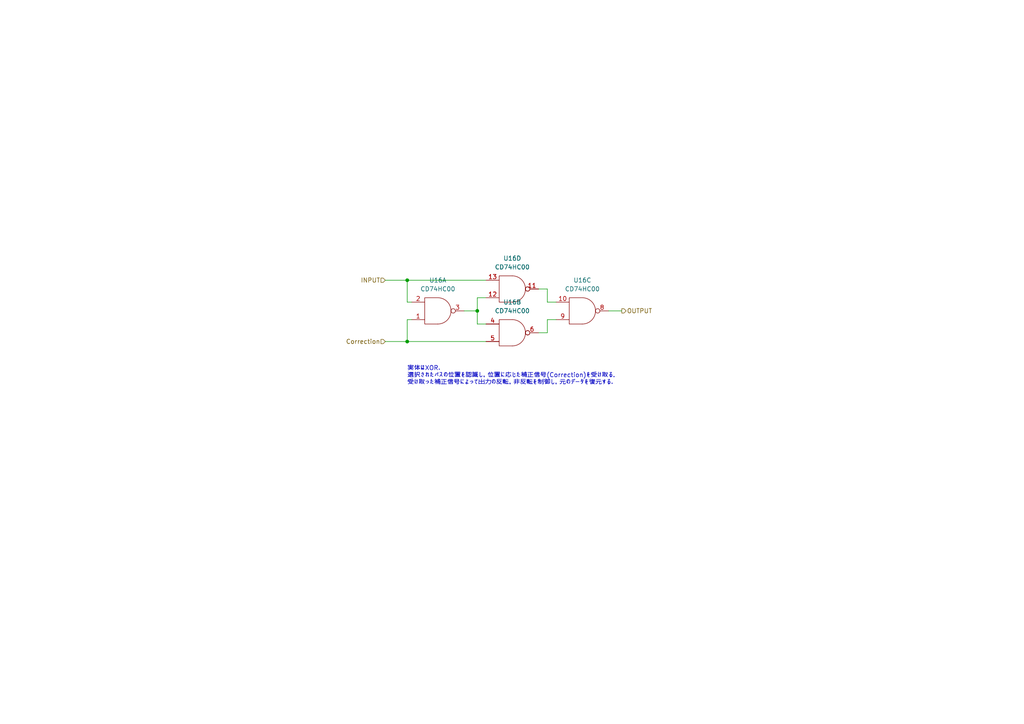
<source format=kicad_sch>
(kicad_sch (version 20211123) (generator eeschema)
  (paper "A4")
  (lib_symbols
    (symbol "CD74HCXX:CD74HC00" (pin_names (offset 0.762))
      (property "Reference" "U" (at -2.54 6.985 0))
      (property "Value" "CD74HC00" (at 1.27 5.08 0))
      (symbol "CD74HC00_0_0"
        (pin power_in line (at -2.54 2.54 0) (length 0) hide (name "VCC") (number "14"))
        (pin power_in line (at -2.54 -2.54 0) (length 0) hide (name "GND") (number "7"))
      )
      (symbol "CD74HC00_0_1"
        (arc (start 0 -3.81) (mid 3.81 0) (end 0 3.81))
        (polyline (pts (xy 0 3.81) (xy -3.81 3.81) (xy -3.81 -3.81) (xy 0 -3.81)))
      )
      (symbol "CD74HC00_0_2"
        (arc (start -4.445 -3.81) (mid -3.175 0) (end -4.445 3.81))
        (arc (start -3.175 -3.81) (mid 0.803 -2.7954) (end 3.81 0))
        (polyline (pts (xy -4.445 -3.81) (xy -3.175 -3.81)))
        (polyline (pts (xy -4.445 3.81) (xy -3.175 3.81)))
        (arc (start 3.81 0) (mid 0.8099 2.8117) (end -3.175 3.81))
      )
      (symbol "CD74HC00_1_1"
        (pin input line (at -7.62 2.54 0) (length 3.81) (name "~") (number "1"))
        (pin input line (at -7.62 -2.54 0) (length 3.81) (name "~") (number "2"))
        (pin output inverted (at 7.62 0 180) (length 3.81) (name "~") (number "3"))
      )
      (symbol "CD74HC00_1_2"
        (pin input inverted (at -7.62 2.54 0) (length 3.81) (name "~") (number "1"))
        (pin input inverted (at -7.62 -2.54 0) (length 3.81) (name "~") (number "2"))
        (pin output line (at 7.62 0 180) (length 3.81) (name "~") (number "3"))
      )
      (symbol "CD74HC00_2_1"
        (pin input line (at -7.62 2.54 0) (length 3.81) (name "~") (number "4"))
        (pin input line (at -7.62 -2.54 0) (length 3.81) (name "~") (number "5"))
        (pin output inverted (at 7.62 0 180) (length 3.81) (name "~") (number "6"))
      )
      (symbol "CD74HC00_2_2"
        (pin input inverted (at -7.62 2.54 0) (length 3.81) (name "~") (number "4"))
        (pin input inverted (at -7.62 -2.54 0) (length 3.81) (name "~") (number "5"))
        (pin output line (at 7.62 0 180) (length 3.81) (name "~") (number "6"))
      )
      (symbol "CD74HC00_3_1"
        (pin input line (at -7.62 -2.54 0) (length 3.81) (name "~") (number "10"))
        (pin output inverted (at 7.62 0 180) (length 3.81) (name "~") (number "8"))
        (pin input line (at -7.62 2.54 0) (length 3.81) (name "~") (number "9"))
      )
      (symbol "CD74HC00_3_2"
        (pin input inverted (at -7.62 -2.54 0) (length 3.81) (name "~") (number "10"))
        (pin output line (at 7.62 0 180) (length 3.81) (name "~") (number "8"))
        (pin input inverted (at -7.62 2.54 0) (length 3.81) (name "~") (number "9"))
      )
      (symbol "CD74HC00_4_1"
        (pin output inverted (at 7.62 0 180) (length 3.81) (name "~") (number "11"))
        (pin input line (at -7.62 2.54 0) (length 3.81) (name "~") (number "12"))
        (pin input line (at -7.62 -2.54 0) (length 3.81) (name "~") (number "13"))
      )
      (symbol "CD74HC00_4_2"
        (pin output line (at 7.62 0 180) (length 3.81) (name "~") (number "11"))
        (pin input inverted (at -7.62 2.54 0) (length 3.81) (name "~") (number "12"))
        (pin input inverted (at -7.62 -2.54 0) (length 3.81) (name "~") (number "13"))
      )
    )
  )
  (junction (at 138.43 90.17))
  (junction (at 118.11 81.28))
  (junction (at 118.11 99.06))
  (wire (pts (xy 119.38 92.71) (xy 118.11 92.71)))
  (wire (pts (xy 118.11 99.06) (xy 140.97 99.06)))
  (wire (pts (xy 118.11 87.63) (xy 118.11 81.28)))
  (wire (pts (xy 158.75 96.52) (xy 158.75 92.71)))
  (wire (pts (xy 156.21 96.52) (xy 158.75 96.52)))
  (wire (pts (xy 118.11 92.71) (xy 118.11 99.06)))
  (wire (pts (xy 140.97 86.36) (xy 138.43 86.36)))
  (wire (pts (xy 111.76 99.06) (xy 118.11 99.06)))
  (wire (pts (xy 158.75 83.82) (xy 158.75 87.63)))
  (wire (pts (xy 118.11 81.28) (xy 140.97 81.28)))
  (wire (pts (xy 119.38 87.63) (xy 118.11 87.63)))
  (wire (pts (xy 111.76 81.28) (xy 118.11 81.28)))
  (wire (pts (xy 138.43 86.36) (xy 138.43 90.17)))
  (wire (pts (xy 176.53 90.17) (xy 180.34 90.17)))
  (wire (pts (xy 156.21 83.82) (xy 158.75 83.82)))
  (wire (pts (xy 158.75 87.63) (xy 161.29 87.63)))
  (wire (pts (xy 138.43 90.17) (xy 138.43 93.98)))
  (wire (pts (xy 158.75 92.71) (xy 161.29 92.71)))
  (wire (pts (xy 138.43 93.98) (xy 140.97 93.98)))
  (wire (pts (xy 134.62 90.17) (xy 138.43 90.17)))
  (text "実体はXOR．\n選択されたバスの位置を認識し，位置に応じた補正信号(Correction)を受け取る.\n受け取った補正信号によって出力の反転，非反転を制御し，元のデータを復元する．" (at 118.11 111.76 0) (effects (font (size 1.27 1.27)) (justify left bottom)))
  (hierarchical_label "OUTPUT" (shape output) (at 180.34 90.17 0))
  (hierarchical_label "Correction" (shape input) (at 111.76 99.06 180))
  (hierarchical_label "INPUT" (shape input) (at 111.76 81.28 180))
  (symbol (lib_id "CD74HCXX:CD74HC00") (at 168.91 90.17 0) (mirror x) (unit 3)
    (property "Reference" "U16" (at 168.91 81.28 0))
    (property "Value" "CD74HC00" (at 168.91 83.82 0))
    (property "Footprint" "Package_DIP:DIP-14_W7.62mm" (effects hide))
  )
  (symbol (lib_id "CD74HCXX:CD74HC00") (at 148.59 96.52 0) (unit 2)
    (property "Reference" "U16" (at 148.59 87.63 0))
    (property "Value" "CD74HC00" (at 148.59 90.17 0))
    (property "Footprint" "Package_DIP:DIP-14_W7.62mm" (effects hide))
  )
  (symbol (lib_id "CD74HCXX:CD74HC00") (at 127 90.17 0) (mirror x) (unit 1)
    (property "Reference" "U16" (at 127 81.28 0))
    (property "Value" "CD74HC00" (at 127 83.82 0))
    (property "Footprint" "Package_DIP:DIP-14_W7.62mm" (effects hide))
  )
  (symbol (lib_id "CD74HCXX:CD74HC00") (at 148.59 83.82 0) (mirror x) (unit 4)
    (property "Reference" "U16" (at 148.59 74.93 0))
    (property "Value" "CD74HC00" (at 148.59 77.47 0))
    (property "Footprint" "Package_DIP:DIP-14_W7.62mm" (effects hide))
  )
)
</source>
